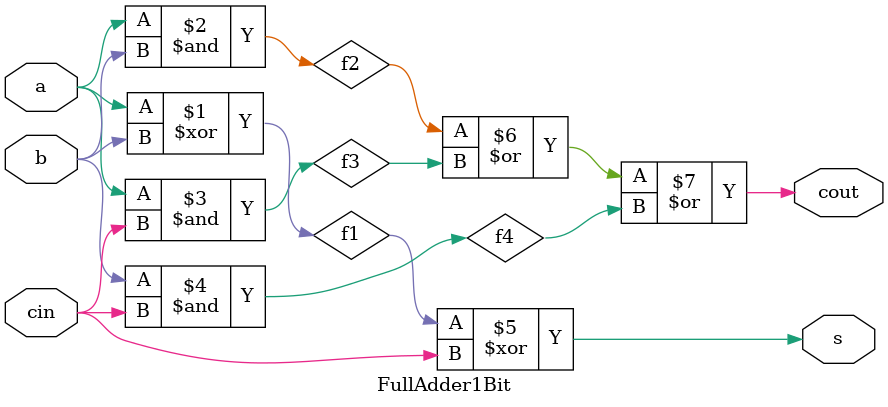
<source format=v>
module FullAdder1Bit(a, b, cin, s, cout);
input a, b, cin;
output s, cout;

wire f1, f2, f3, f4;

xor U1 (f1, a, b);
and U2 (f2, a, b);
and U3 (f3, a, cin);
and U4 (f4, b, cin);
xor U5 (s, f1, cin);
or U6 (cout, f2, f3, f4);

endmodule
</source>
